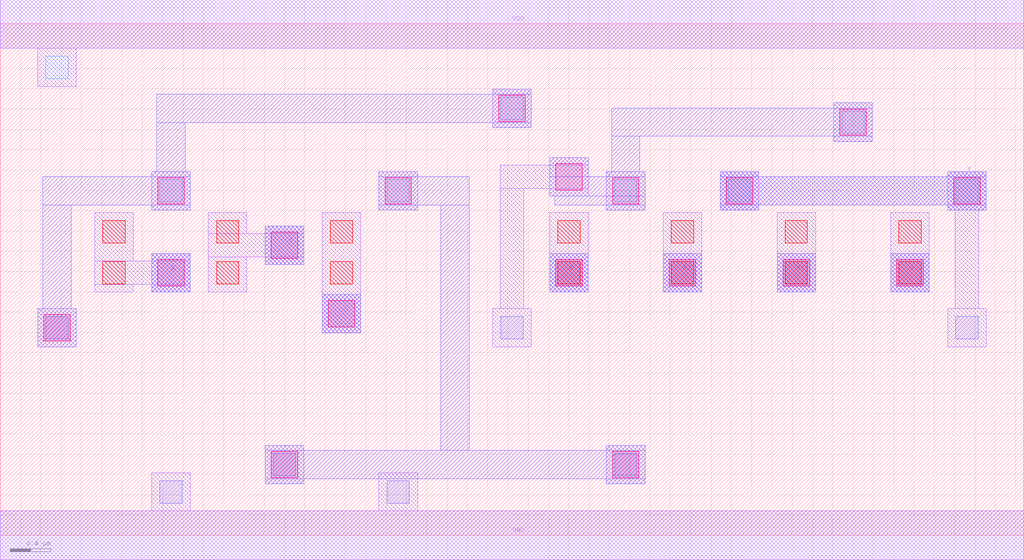
<source format=lef>
MACRO AOOAOI3121
 CLASS CORE ;
 FOREIGN AOOAOI3121 0 0 ;
 SIZE 10.08 BY 5.04 ;
 ORIGIN 0 0 ;
 SYMMETRY X Y R90 ;
 SITE unit ;
  PIN VDD
   DIRECTION INOUT ;
   USE POWER ;
   SHAPE ABUTMENT ;
    PORT
     CLASS CORE ;
       LAYER met1 ;
        RECT 0.00000000 4.80000000 10.08000000 5.28000000 ;
    END
  END VDD

  PIN GND
   DIRECTION INOUT ;
   USE POWER ;
   SHAPE ABUTMENT ;
    PORT
     CLASS CORE ;
       LAYER met1 ;
        RECT 0.00000000 -0.24000000 10.08000000 0.24000000 ;
    END
  END GND

  PIN Y
   DIRECTION INOUT ;
   USE SIGNAL ;
   SHAPE ABUTMENT ;
    PORT
     CLASS CORE ;
       LAYER met2 ;
        RECT 7.09000000 3.20700000 7.47000000 3.25700000 ;
        RECT 9.33000000 3.20700000 9.71000000 3.25700000 ;
        RECT 7.09000000 3.25700000 9.71000000 3.53700000 ;
        RECT 7.09000000 3.53700000 7.47000000 3.58700000 ;
        RECT 9.33000000 3.53700000 9.71000000 3.58700000 ;
    END
  END Y

  PIN A1
   DIRECTION INOUT ;
   USE SIGNAL ;
   SHAPE ABUTMENT ;
    PORT
     CLASS CORE ;
       LAYER met2 ;
        RECT 7.65000000 2.39700000 8.03000000 2.77700000 ;
    END
  END A1

  PIN C1
   DIRECTION INOUT ;
   USE SIGNAL ;
   SHAPE ABUTMENT ;
    PORT
     CLASS CORE ;
       LAYER met2 ;
        RECT 2.61000000 2.66700000 2.99000000 3.04700000 ;
    END
  END C1

  PIN A
   DIRECTION INOUT ;
   USE SIGNAL ;
   SHAPE ABUTMENT ;
    PORT
     CLASS CORE ;
       LAYER met2 ;
        RECT 8.77000000 2.39700000 9.15000000 2.77700000 ;
    END
  END A

  PIN A2
   DIRECTION INOUT ;
   USE SIGNAL ;
   SHAPE ABUTMENT ;
    PORT
     CLASS CORE ;
       LAYER met2 ;
        RECT 6.53000000 2.39700000 6.91000000 2.77700000 ;
    END
  END A2

  PIN C
   DIRECTION INOUT ;
   USE SIGNAL ;
   SHAPE ABUTMENT ;
    PORT
     CLASS CORE ;
       LAYER met2 ;
        RECT 3.17000000 1.99200000 3.55000000 2.37200000 ;
    END
  END C

  PIN B
   DIRECTION INOUT ;
   USE SIGNAL ;
   SHAPE ABUTMENT ;
    PORT
     CLASS CORE ;
       LAYER met2 ;
        RECT 5.41000000 2.39700000 5.79000000 2.77700000 ;
    END
  END B

  PIN D
   DIRECTION INOUT ;
   USE SIGNAL ;
   SHAPE ABUTMENT ;
    PORT
     CLASS CORE ;
       LAYER met2 ;
        RECT 1.49000000 2.39700000 1.87000000 2.77700000 ;
    END
  END D

 OBS
    LAYER polycont ;
     RECT 1.01000000 2.47700000 1.23000000 2.69700000 ;
     RECT 2.13000000 2.47700000 2.35000000 2.69700000 ;
     RECT 3.25000000 2.47700000 3.47000000 2.69700000 ;
     RECT 5.49000000 2.47700000 5.71000000 2.69700000 ;
     RECT 6.61000000 2.47700000 6.83000000 2.69700000 ;
     RECT 7.73000000 2.47700000 7.95000000 2.69700000 ;
     RECT 8.85000000 2.47700000 9.07000000 2.69700000 ;
     RECT 1.01000000 2.88200000 1.23000000 3.10200000 ;
     RECT 2.13000000 2.88200000 2.35000000 3.10200000 ;
     RECT 3.25000000 2.88200000 3.47000000 3.10200000 ;
     RECT 5.49000000 2.88200000 5.71000000 3.10200000 ;
     RECT 6.61000000 2.88200000 6.83000000 3.10200000 ;
     RECT 7.73000000 2.88200000 7.95000000 3.10200000 ;
     RECT 8.85000000 2.88200000 9.07000000 3.10200000 ;

    LAYER pdiffc ;
     RECT 1.57000000 3.28700000 1.79000000 3.50700000 ;
     RECT 3.81000000 3.28700000 4.03000000 3.50700000 ;
     RECT 6.05000000 3.28700000 6.27000000 3.50700000 ;
     RECT 7.17000000 3.28700000 7.39000000 3.50700000 ;
     RECT 9.41000000 3.28700000 9.63000000 3.50700000 ;
     RECT 8.29000000 3.96200000 8.51000000 4.18200000 ;
     RECT 4.93000000 4.09700000 5.15000000 4.31700000 ;
     RECT 0.45000000 4.50200000 0.67000000 4.72200000 ;

    LAYER ndiffc ;
     RECT 1.57000000 0.31700000 1.79000000 0.53700000 ;
     RECT 3.81000000 0.31700000 4.03000000 0.53700000 ;
     RECT 2.69000000 0.58700000 2.91000000 0.80700000 ;
     RECT 6.05000000 0.58700000 6.27000000 0.80700000 ;
     RECT 0.45000000 1.93700000 0.67000000 2.15700000 ;
     RECT 4.93000000 1.93700000 5.15000000 2.15700000 ;
     RECT 9.41000000 1.93700000 9.63000000 2.15700000 ;

    LAYER met1 ;
     RECT 0.00000000 -0.24000000 10.08000000 0.24000000 ;
     RECT 1.49000000 0.24000000 1.87000000 0.61700000 ;
     RECT 3.73000000 0.24000000 4.11000000 0.61700000 ;
     RECT 2.61000000 0.50700000 2.99000000 0.88700000 ;
     RECT 5.97000000 0.50700000 6.35000000 0.88700000 ;
     RECT 0.37000000 1.85700000 0.75000000 2.23700000 ;
     RECT 0.93000000 2.39700000 1.31000000 2.47200000 ;
     RECT 1.49000000 2.39700000 1.87000000 2.47200000 ;
     RECT 0.93000000 2.47200000 1.87000000 2.70200000 ;
     RECT 1.49000000 2.70200000 1.87000000 2.77700000 ;
     RECT 0.93000000 2.70200000 1.31000000 3.18200000 ;
     RECT 2.05000000 2.39700000 2.43000000 2.74200000 ;
     RECT 2.61000000 2.66700000 2.99000000 2.74200000 ;
     RECT 2.05000000 2.74200000 2.99000000 2.97200000 ;
     RECT 2.61000000 2.97200000 2.99000000 3.04700000 ;
     RECT 2.05000000 2.97200000 2.43000000 3.18200000 ;
     RECT 3.17000000 1.99200000 3.55000000 3.18200000 ;
     RECT 5.41000000 2.39700000 5.79000000 3.18200000 ;
     RECT 6.53000000 2.39700000 6.91000000 3.18200000 ;
     RECT 7.65000000 2.39700000 8.03000000 3.18200000 ;
     RECT 8.77000000 2.39700000 9.15000000 3.18200000 ;
     RECT 1.49000000 3.20700000 1.87000000 3.58700000 ;
     RECT 3.73000000 3.20700000 4.11000000 3.58700000 ;
     RECT 5.97000000 3.20700000 6.35000000 3.58700000 ;
     RECT 7.09000000 3.20700000 7.47000000 3.58700000 ;
     RECT 9.33000000 1.85700000 9.71000000 2.23700000 ;
     RECT 9.40500000 2.23700000 9.63500000 3.20700000 ;
     RECT 9.33000000 3.20700000 9.71000000 3.58700000 ;
     RECT 4.85000000 1.85700000 5.23000000 2.23700000 ;
     RECT 4.92500000 2.23700000 5.15500000 3.41700000 ;
     RECT 5.41000000 3.34200000 5.79000000 3.41700000 ;
     RECT 4.92500000 3.41700000 5.79000000 3.64700000 ;
     RECT 5.41000000 3.64700000 5.79000000 3.72200000 ;
     RECT 8.21000000 3.88200000 8.59000000 4.26200000 ;
     RECT 4.85000000 4.01700000 5.23000000 4.39700000 ;
     RECT 0.37000000 4.42200000 0.75000000 4.80000000 ;
     RECT 0.00000000 4.80000000 10.08000000 5.28000000 ;

    LAYER via1 ;
     RECT 2.67000000 0.56700000 2.93000000 0.82700000 ;
     RECT 6.03000000 0.56700000 6.29000000 0.82700000 ;
     RECT 0.43000000 1.91700000 0.69000000 2.17700000 ;
     RECT 3.23000000 2.05200000 3.49000000 2.31200000 ;
     RECT 1.55000000 2.45700000 1.81000000 2.71700000 ;
     RECT 5.47000000 2.45700000 5.73000000 2.71700000 ;
     RECT 6.59000000 2.45700000 6.85000000 2.71700000 ;
     RECT 7.71000000 2.45700000 7.97000000 2.71700000 ;
     RECT 8.83000000 2.45700000 9.09000000 2.71700000 ;
     RECT 2.67000000 2.72700000 2.93000000 2.98700000 ;
     RECT 1.55000000 3.26700000 1.81000000 3.52700000 ;
     RECT 3.79000000 3.26700000 4.05000000 3.52700000 ;
     RECT 6.03000000 3.26700000 6.29000000 3.52700000 ;
     RECT 7.15000000 3.26700000 7.41000000 3.52700000 ;
     RECT 9.39000000 3.26700000 9.65000000 3.52700000 ;
     RECT 5.47000000 3.40200000 5.73000000 3.66200000 ;
     RECT 8.27000000 3.94200000 8.53000000 4.20200000 ;
     RECT 4.91000000 4.07700000 5.17000000 4.33700000 ;

    LAYER met2 ;
     RECT 3.17000000 1.99200000 3.55000000 2.37200000 ;
     RECT 1.49000000 2.39700000 1.87000000 2.77700000 ;
     RECT 5.41000000 2.39700000 5.79000000 2.77700000 ;
     RECT 6.53000000 2.39700000 6.91000000 2.77700000 ;
     RECT 7.65000000 2.39700000 8.03000000 2.77700000 ;
     RECT 8.77000000 2.39700000 9.15000000 2.77700000 ;
     RECT 2.61000000 2.66700000 2.99000000 3.04700000 ;
     RECT 2.61000000 0.50700000 2.99000000 0.55700000 ;
     RECT 5.97000000 0.50700000 6.35000000 0.55700000 ;
     RECT 2.61000000 0.55700000 6.35000000 0.83700000 ;
     RECT 2.61000000 0.83700000 2.99000000 0.88700000 ;
     RECT 5.97000000 0.83700000 6.35000000 0.88700000 ;
     RECT 3.73000000 3.20700000 4.11000000 3.25700000 ;
     RECT 4.34000000 0.83700000 4.62000000 3.25700000 ;
     RECT 3.73000000 3.25700000 4.62000000 3.53700000 ;
     RECT 3.73000000 3.53700000 4.11000000 3.58700000 ;
     RECT 7.09000000 3.20700000 7.47000000 3.25700000 ;
     RECT 9.33000000 3.20700000 9.71000000 3.25700000 ;
     RECT 7.09000000 3.25700000 9.71000000 3.53700000 ;
     RECT 7.09000000 3.53700000 7.47000000 3.58700000 ;
     RECT 9.33000000 3.53700000 9.71000000 3.58700000 ;
     RECT 5.97000000 3.20700000 6.35000000 3.25700000 ;
     RECT 5.46000000 3.25700000 6.35000000 3.34200000 ;
     RECT 5.41000000 3.34200000 6.35000000 3.53700000 ;
     RECT 5.97000000 3.53700000 6.35000000 3.58700000 ;
     RECT 5.41000000 3.53700000 5.79000000 3.72200000 ;
     RECT 6.02000000 3.58700000 6.30000000 3.93200000 ;
     RECT 8.21000000 3.88200000 8.59000000 3.93200000 ;
     RECT 6.02000000 3.93200000 8.59000000 4.21200000 ;
     RECT 8.21000000 4.21200000 8.59000000 4.26200000 ;
     RECT 0.37000000 1.85700000 0.75000000 2.23700000 ;
     RECT 0.42000000 2.23700000 0.70000000 3.25700000 ;
     RECT 1.49000000 3.20700000 1.87000000 3.25700000 ;
     RECT 0.42000000 3.25700000 1.87000000 3.53700000 ;
     RECT 1.49000000 3.53700000 1.87000000 3.58700000 ;
     RECT 1.54000000 3.58700000 1.82000000 4.06700000 ;
     RECT 4.85000000 4.01700000 5.23000000 4.06700000 ;
     RECT 1.54000000 4.06700000 5.23000000 4.34700000 ;
     RECT 4.85000000 4.34700000 5.23000000 4.39700000 ;

 END
END AOOAOI3121

</source>
